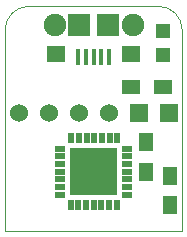
<source format=gts>
G04 #@! TF.FileFunction,Soldermask,Top*
%FSLAX46Y46*%
G04 Gerber Fmt 4.6, Leading zero omitted, Abs format (unit mm)*
G04 Created by KiCad (PCBNEW (2014-12-01 BZR 5309)-product) date Wed Dec  3 13:36:29 2014*
%MOMM*%
G01*
G04 APERTURE LIST*
%ADD10C,0.100000*%
%ADD11R,1.250000X1.500000*%
%ADD12R,0.406400X1.371600*%
%ADD13R,1.600200X1.422400*%
%ADD14R,1.905000X1.905000*%
%ADD15C,1.905000*%
%ADD16R,1.500000X1.300000*%
%ADD17R,0.492760X0.942340*%
%ADD18R,0.942340X0.492760*%
%ADD19R,2.042160X2.042160*%
%ADD20R,1.200000X1.200000*%
%ADD21R,1.524000X1.524000*%
%ADD22C,1.524000*%
G04 APERTURE END LIST*
D10*
X110000000Y-32000000D02*
X110000000Y-49000000D01*
X125000000Y-49000000D02*
X125000000Y-46000000D01*
X110000000Y-49000000D02*
X125000000Y-49000000D01*
X125000000Y-46000000D02*
X125000000Y-44000000D01*
X125000000Y-44000000D02*
X125000000Y-32000000D01*
X123000000Y-30000000D02*
X112000000Y-30000000D01*
X125000000Y-32000000D02*
G75*
G03X123000000Y-30000000I-2000000J0D01*
G01*
X112000000Y-30000000D02*
G75*
G03X110000000Y-32000000I0J-2000000D01*
G01*
D11*
X121925000Y-44000000D03*
X121925000Y-41500000D03*
X123925000Y-46850000D03*
X123925000Y-44350000D03*
D12*
X117500000Y-34250000D03*
X116849760Y-34250000D03*
X116199520Y-34250000D03*
X118150240Y-34250000D03*
X118800480Y-34250000D03*
D13*
X120675000Y-33996000D03*
X114325000Y-33996000D03*
D14*
X118706500Y-31583000D03*
X116293500Y-31583000D03*
D15*
X120802000Y-31583000D03*
X114198000Y-31583000D03*
D16*
X120650000Y-36800000D03*
X123350000Y-36800000D03*
D17*
X116199520Y-46849880D03*
X116849760Y-46849880D03*
X117500000Y-46849880D03*
X118150240Y-46849880D03*
D18*
X120352420Y-45950720D03*
X120352420Y-45300480D03*
X120352420Y-44650240D03*
X120352420Y-44000000D03*
X120352420Y-43349760D03*
X120352420Y-42699520D03*
X120352420Y-42049280D03*
D17*
X115549280Y-46849880D03*
D19*
X118449960Y-44949960D03*
X116550040Y-44949960D03*
X116550040Y-43050040D03*
X118449960Y-43050040D03*
D17*
X119501520Y-41147580D03*
X118851280Y-41147580D03*
X118201040Y-41147580D03*
X117500000Y-41147580D03*
X116900560Y-41147580D03*
X116250320Y-41147580D03*
X115600080Y-41147580D03*
D18*
X114650120Y-42049280D03*
X114650120Y-42699520D03*
X114650120Y-43349760D03*
X114650120Y-44000000D03*
X114650120Y-44650240D03*
X114650120Y-45300480D03*
X114650120Y-45950720D03*
D17*
X118800480Y-46849880D03*
X119450720Y-46849880D03*
D20*
X123400000Y-34150000D03*
X123400000Y-32050000D03*
D21*
X123850000Y-39000000D03*
X121310000Y-39000000D03*
D22*
X118770000Y-39000000D03*
X116230000Y-39000000D03*
X113690000Y-39000000D03*
X111150000Y-39000000D03*
M02*

</source>
